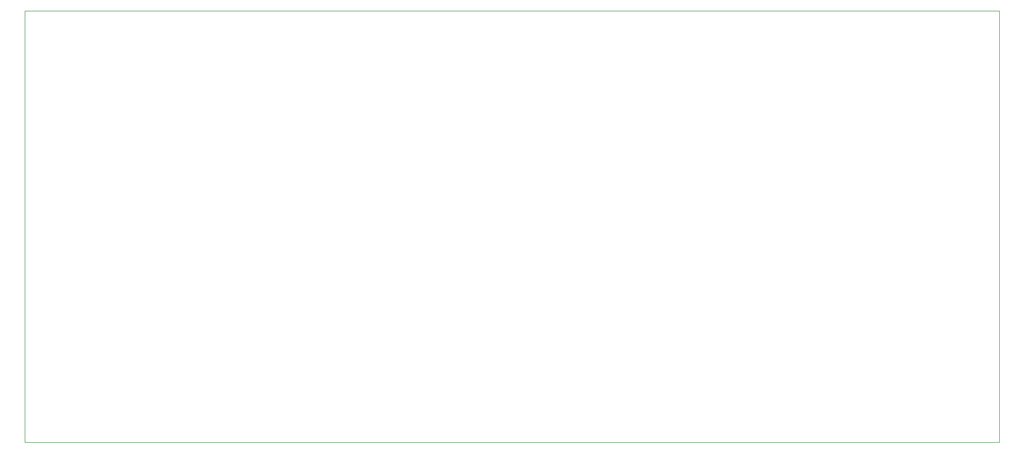
<source format=gm1>
%TF.GenerationSoftware,KiCad,Pcbnew,8.0.0*%
%TF.CreationDate,2024-12-30T19:36:06+01:00*%
%TF.ProjectId,teensyAudioMidi,7465656e-7379-4417-9564-696f4d696469,rev?*%
%TF.SameCoordinates,Original*%
%TF.FileFunction,Profile,NP*%
%FSLAX46Y46*%
G04 Gerber Fmt 4.6, Leading zero omitted, Abs format (unit mm)*
G04 Created by KiCad (PCBNEW 8.0.0) date 2024-12-30 19:36:06*
%MOMM*%
%LPD*%
G01*
G04 APERTURE LIST*
%TA.AperFunction,Profile*%
%ADD10C,0.050000*%
%TD*%
G04 APERTURE END LIST*
D10*
X30980000Y-25040000D02*
X190980000Y-25040000D01*
X190980000Y-96000000D01*
X30980000Y-96000000D01*
X30980000Y-25040000D01*
M02*

</source>
